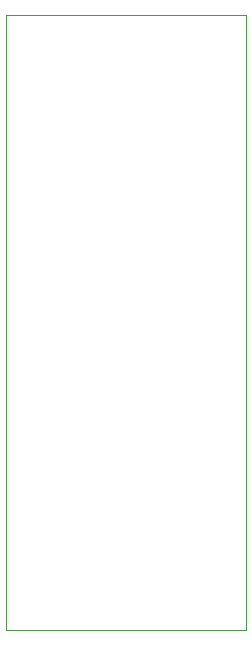
<source format=gbr>
G04 #@! TF.GenerationSoftware,KiCad,Pcbnew,(5.1.0)-1*
G04 #@! TF.CreationDate,2020-08-07T11:47:52-07:00*
G04 #@! TF.ProjectId,MAX7_Proto,4d415837-5f50-4726-9f74-6f2e6b696361,rev?*
G04 #@! TF.SameCoordinates,Original*
G04 #@! TF.FileFunction,Profile,NP*
%FSLAX46Y46*%
G04 Gerber Fmt 4.6, Leading zero omitted, Abs format (unit mm)*
G04 Created by KiCad (PCBNEW (5.1.0)-1) date 2020-08-07 11:47:52*
%MOMM*%
%LPD*%
G04 APERTURE LIST*
%ADD10C,0.050000*%
G04 APERTURE END LIST*
D10*
X147320000Y-76200000D02*
X147320000Y-128270000D01*
X127000000Y-128270000D02*
X127000000Y-76200000D01*
X147320000Y-76200000D02*
X127000000Y-76200000D01*
X127000000Y-128270000D02*
X147320000Y-128270000D01*
M02*

</source>
